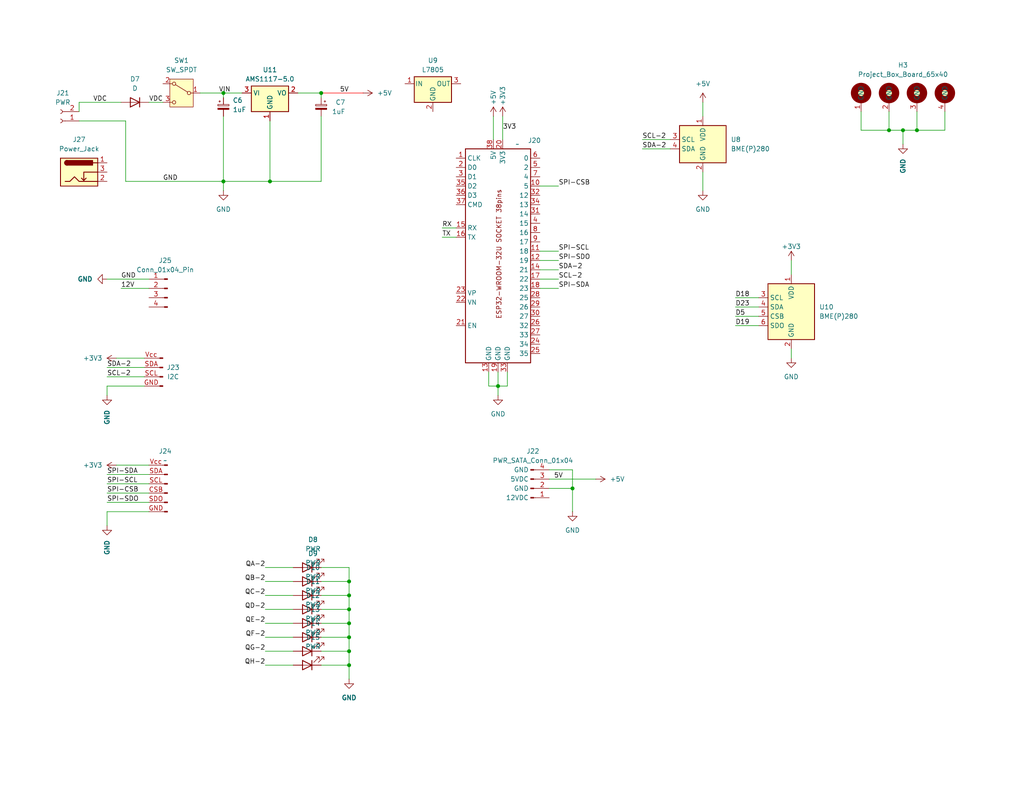
<source format=kicad_sch>
(kicad_sch (version 20231120) (generator "eeschema") (generator_version "8.0")
  (paper "USLetter")
  (title_block (title "ESP32 Sensor Node") (date "2024-07-03") (rev "v2.0") (comment 1 "ESP32-WROOM-32U DevKit"))
  (lib_symbols
    (symbol "+3V3_2" (power) (pin_numbers hide) (pin_names (offset 0) hide)
      (property "Value" "+3V3" (at 0 3.556 0))
      (symbol "+3V3_2_0_1"
        (polyline (pts (xy -0.762 1.27) (xy 0 2.54)))
        (polyline (pts (xy 0 0) (xy 0 2.54)))
        (polyline (pts (xy 0 2.54) (xy 0.762 1.27)))
      )
      (symbol "+3V3_2_1_1"
        (pin power_in line (at 0 0 90) (length 0) (name "~") (number "1"))
      )
    )
    (symbol "+5V_2" (power) (pin_numbers hide) (pin_names (offset 0) hide)
      (property "Value" "+5V" (at 0 3.556 0))
      (symbol "+5V_2_0_1"
        (polyline (pts (xy -0.762 1.27) (xy 0 2.54)))
        (polyline (pts (xy 0 0) (xy 0 2.54)))
        (polyline (pts (xy 0 2.54) (xy 0.762 1.27)))
      )
      (symbol "+5V_2_1_1"
        (pin power_in line (at 0 0 90) (length 0) (name "~") (number "1"))
      )
    )
    (symbol "Alexander Symbol Library:BME(P)280"
      (property "Reference" "U" (at -7.62 10.16 0))
      (property "Value" "BME(P)280" (at 5.08 10.16 0))
      (symbol "BME(P)280_0_1"
        (rectangle (start -7.62 7.62) (end 5.08 -2.54) (stroke (width 0.254)) (fill (type background)))
      )
      (symbol "BME(P)280_1_1"
        (pin power_in line (at -1.27 10.16 270) (length 2.54) (name "VDD") (number "1"))
        (pin power_out line (at -1.27 -5.08 90) (length 2.54) (name "GND") (number "2"))
        (pin input line (at -10.16 3.81 0) (length 2.54) (name "SCL") (number "3"))
        (pin bidirectional line (at -10.16 1.27 0) (length 2.54) (name "SDA") (number "4"))
      )
    )
    (symbol "Alexander Symbol Library:ESP32-WROOM-32U-38pins"
      (property "Reference" "J20" (at 13.6241 62.23 0))
      (property "Value" "~" (at 13.6241 59.69 0))
      (symbol "ESP32-WROOM-32U-38pins_0_1"
        (rectangle (start 0 58.42) (end 17.78 0) (stroke (width 0.254)))
      )
      (symbol "ESP32-WROOM-32U-38pins_1_1"
        (text "ESP32-WROOM-32U SOCKET 38pins" (at 9.144 29.718 900) (effects (font (size 1.27 1.27))))
        (pin input line (at -2.54 55.88 0) (length 2.54) (name "CLK") (number "1"))
        (pin bidirectional line (at 20.32 48.26 180) (length 2.54) (name "5") (number "10"))
        (pin bidirectional line (at 20.32 30.48 180) (length 2.54) (name "18") (number "11"))
        (pin bidirectional line (at 20.32 27.94 180) (length 2.54) (name "19") (number "12"))
        (pin power_out line (at 6.35 -2.54 90) (length 2.54) (name "GND") (number "13"))
        (pin bidirectional line (at 20.32 25.4 180) (length 2.54) (name "21") (number "14"))
        (pin bidirectional line (at -2.54 36.83 0) (length 2.54) (name "RX") (number "15"))
        (pin bidirectional line (at -2.54 34.29 0) (length 2.54) (name "TX") (number "16"))
        (pin bidirectional line (at 20.32 22.86 180) (length 2.54) (name "22") (number "17"))
        (pin bidirectional line (at 20.32 20.32 180) (length 2.54) (name "23") (number "18"))
        (pin power_out line (at 8.89 -2.54 90) (length 2.54) (name "GND") (number "19"))
        (pin bidirectional line (at -2.54 53.34 0) (length 2.54) (name "D0") (number "2"))
        (pin power_in line (at 10.16 60.96 270) (length 2.54) (name "3V3") (number "20"))
        (pin bidirectional line (at -2.54 10.16 0) (length 2.54) (name "EN") (number "21"))
        (pin bidirectional line (at -2.54 16.51 0) (length 2.54) (name "VN") (number "22"))
        (pin bidirectional line (at -2.54 19.05 0) (length 2.54) (name "VP") (number "23"))
        (pin bidirectional line (at 20.32 5.08 180) (length 2.54) (name "34") (number "24"))
        (pin bidirectional line (at 20.32 2.54 180) (length 2.54) (name "35") (number "25"))
        (pin bidirectional line (at 20.32 10.16 180) (length 2.54) (name "32") (number "26"))
        (pin bidirectional line (at 20.32 7.62 180) (length 2.54) (name "33") (number "27"))
        (pin bidirectional line (at 20.32 17.78 180) (length 2.54) (name "25") (number "28"))
        (pin bidirectional line (at 20.32 15.24 180) (length 2.54) (name "26") (number "29"))
        (pin bidirectional line (at -2.54 50.8 0) (length 2.54) (name "D1") (number "3"))
        (pin bidirectional line (at 20.32 12.7 180) (length 2.54) (name "27") (number "30"))
        (pin bidirectional line (at 20.32 40.64 180) (length 2.54) (name "14") (number "31"))
        (pin bidirectional line (at 20.32 45.72 180) (length 2.54) (name "12") (number "32"))
        (pin power_out line (at 11.43 -2.54 90) (length 2.54) (name "GND") (number "33"))
        (pin bidirectional line (at 20.32 43.18 180) (length 2.54) (name "13") (number "34"))
        (pin bidirectional line (at -2.54 48.26 0) (length 2.54) (name "D2") (number "35"))
        (pin bidirectional line (at -2.54 45.72 0) (length 2.54) (name "D3") (number "36"))
        (pin bidirectional line (at -2.54 43.18 0) (length 2.54) (name "CMD") (number "37"))
        (pin power_in line (at 7.62 60.96 270) (length 2.54) (name "5V") (number "38"))
        (pin bidirectional line (at 20.32 38.1 180) (length 2.54) (name "15") (number "4"))
        (pin bidirectional line (at 20.32 53.34 180) (length 2.54) (name "2") (number "5"))
        (pin bidirectional line (at 20.32 55.88 180) (length 2.54) (name "0") (number "6"))
        (pin bidirectional line (at 20.32 50.8 180) (length 2.54) (name "4") (number "7"))
        (pin bidirectional line (at 20.32 35.56 180) (length 2.54) (name "16") (number "8"))
        (pin bidirectional line (at 20.32 33.02 180) (length 2.54) (name "17") (number "9"))
      )
    )
    (symbol "Alexander_Library_Symbols:BME(P)280"
      (property "Reference" "U" (at -7.62 10.16 0))
      (property "Value" "BME(P)280" (at 5.08 10.16 0))
      (symbol "BME(P)280_0_1"
        (rectangle (start -7.62 7.62) (end 5.08 -7.62) (stroke (width 0.254)) (fill (type background)))
      )
      (symbol "BME(P)280_1_1"
        (pin power_in line (at -1.27 10.16 270) (length 2.54) (name "VDD") (number "1"))
        (pin power_out line (at -1.27 -10.16 90) (length 2.54) (name "GND") (number "2"))
        (pin input line (at -10.16 3.81 0) (length 2.54) (name "SCL") (number "3"))
        (pin bidirectional line (at -10.16 1.27 0) (length 2.54) (name "SDA") (number "4"))
        (pin input line (at -10.16 -1.27 0) (length 2.54) (name "CSB") (number "5"))
        (pin input line (at -10.16 -3.81 0) (length 2.54) (name "SDO") (number "6"))
      )
    )
    (symbol "Alexander_Library_Symbols:Conn_I2C_01x04" (pin_names (offset 1.016) hide)
      (property "Reference" "J" (at 0 5.08 0))
      (property "Value" "I2C" (at 0 -7.62 0))
      (symbol "Conn_I2C_01x04_1_1"
        (polyline (pts (xy 1.27 -5.08) (xy 0.8636 -5.08)) (stroke (width 0.1524)))
        (polyline (pts (xy 1.27 -2.54) (xy 0.8636 -2.54)) (stroke (width 0.1524)))
        (polyline (pts (xy 1.27 0) (xy 0.8636 0)) (stroke (width 0.1524)))
        (polyline (pts (xy 1.27 2.54) (xy 0.8636 2.54)) (stroke (width 0.1524)))
        (rectangle (start 0.8636 -4.953) (end 0 -5.207) (stroke (width 0.1524)) (fill (type outline)))
        (rectangle (start 0.8636 -2.413) (end 0 -2.667) (stroke (width 0.1524)) (fill (type outline)))
        (rectangle (start 0.8636 0.127) (end 0 -0.127) (stroke (width 0.1524)) (fill (type outline)))
        (rectangle (start 0.8636 2.667) (end 0 2.413) (stroke (width 0.1524)) (fill (type outline)))
        (pin power_out line (at 5.08 -5.08 180) (length 3.81) (name "GND") (number "GND"))
        (pin bidirectional line (at 5.08 -2.54 180) (length 3.81) (name "SCL") (number "SCL"))
        (pin bidirectional line (at 5.08 0 180) (length 3.81) (name "SDA") (number "SDA"))
        (pin power_in line (at 5.08 2.54 180) (length 3.81) (name "VCC") (number "Vcc"))
      )
    )
    (symbol "Alexander_Library_Symbols:PWR_SATA_Conn_01x04" (pin_names (offset 1.778)) (exclude_from_sim yes)
      (property "Reference" "J" (at 0 -7.62 0))
      (property "Value" "PWR_SATA_Conn_01x04" (at 0 5.08 0))
      (symbol "PWR_SATA_Conn_01x04_1_1"
        (rectangle (start 0 -4.953) (end 0.8636 -5.207) (stroke (width 0.1524)) (fill (type outline)))
        (rectangle (start 0 -2.413) (end 0.8636 -2.667) (stroke (width 0.1524)) (fill (type outline)))
        (polyline (pts (xy 1.27 -5.08) (xy 0.8636 -5.08)) (stroke (width 0.1524)))
        (polyline (pts (xy 1.27 -2.54) (xy 0.8636 -2.54)) (stroke (width 0.1524)))
        (polyline (pts (xy 1.27 0) (xy 0.8636 0)) (stroke (width 0.1524)))
        (polyline (pts (xy 1.27 2.54) (xy 0.8636 2.54)) (stroke (width 0.1524)))
        (rectangle (start 0 0.127) (end 0.8636 -0.127) (stroke (width 0.1524)) (fill (type outline)))
        (rectangle (start 0 2.667) (end 0.8636 2.413) (stroke (width 0.1524)) (fill (type outline)))
        (pin passive line (at 5.08 -5.08 180) (length 3.81) (name "12VDC") (number "1"))
        (pin passive line (at 5.08 -2.54 180) (length 3.81) (name "GND") (number "2"))
        (pin passive line (at 5.08 0 180) (length 3.81) (name "5VDC") (number "3"))
        (pin passive line (at 5.08 2.54 180) (length 3.81) (name "GND") (number "4"))
      )
    )
    (symbol "Alexander_Library_Symbols:Project_Box_Board_65x40"
      (property "Reference" "H" (at 0 7.62 0))
      (property "Value" "Project_Box_Board_65x40" (at 0 5.08 0))
      (symbol "Project_Box_Board_65x40_0_1"
        (circle (center -11.43 -1.27) (radius 1.27) (fill (type background)))
        (circle (center -11.43 -1.27) (radius 1.7961) (stroke (width 2)))
        (circle (center -3.81 -1.27) (radius 1.27) (fill (type background)))
        (circle (center -3.81 -1.27) (radius 1.7961) (stroke (width 2)))
        (circle (center 3.81 -1.27) (radius 1.27) (fill (type background)))
        (circle (center 3.81 -1.27) (radius 1.7961) (stroke (width 2)))
        (circle (center 11.43 -1.27) (radius 1.27) (fill (type background)))
        (circle (center 11.43 -1.27) (radius 1.7961) (stroke (width 2)))
      )
      (symbol "Project_Box_Board_65x40_1_1"
        (pin passive line (at -11.43 -6.35 90) (length 2.54) (name "GND") (number "1"))
        (pin passive line (at -3.81 -6.35 90) (length 2.54) (name "GND") (number "2"))
        (pin passive line (at 3.81 -6.35 90) (length 2.54) (name "GND") (number "3"))
        (pin passive line (at 11.43 -6.35 90) (length 2.54) (name "GND") (number "4"))
      )
    )
    (symbol "Alexander_Library_Symbols:SW_SPDT" (pin_names (offset 0) hide)
      (property "Reference" "SW" (at 0 5.08 0))
      (property "Value" "SW_SPDT" (at 0 -5.08 0))
      (symbol "SW_SPDT_0_1"
        (circle (center -2.032 0) (radius 0.4572))
        (polyline (pts (xy -1.651 0.254) (xy 1.651 2.286)))
        (circle (center 2.032 -2.54) (radius 0.4572))
        (circle (center 2.032 2.54) (radius 0.4572))
      )
      (symbol "SW_SPDT_1_1"
        (rectangle (start -3.175 3.81) (end 3.175 -3.81) (fill (type background)))
        (pin passive line (at -5.08 0 0) (length 2.54) (name "COM") (number "1"))
        (pin passive line (at 5.08 2.54 180) (length 2.54) (name "A") (number "2"))
        (pin passive line (at 5.08 -2.54 180) (length 2.54) (name "B") (number "3"))
      )
    )
    (symbol "Conn_01x04_Pin_1" (pin_names (offset 1.016) hide)
      (property "Reference" "J" (at 0 5.08 0))
      (property "Value" "Conn_01x04_Pin" (at 0 -7.62 0))
      (symbol "Conn_01x04_Pin_1_1_1"
        (polyline (pts (xy 1.27 -5.08) (xy 0.8636 -5.08)) (stroke (width 0.1524)))
        (polyline (pts (xy 1.27 -2.54) (xy 0.8636 -2.54)) (stroke (width 0.1524)))
        (polyline (pts (xy 1.27 0) (xy 0.8636 0)) (stroke (width 0.1524)))
        (polyline (pts (xy 1.27 2.54) (xy 0.8636 2.54)) (stroke (width 0.1524)))
        (rectangle (start 0.8636 -4.953) (end 0 -5.207) (stroke (width 0.1524)) (fill (type outline)))
        (rectangle (start 0.8636 -2.413) (end 0 -2.667) (stroke (width 0.1524)) (fill (type outline)))
        (rectangle (start 0.8636 0.127) (end 0 -0.127) (stroke (width 0.1524)) (fill (type outline)))
        (rectangle (start 0.8636 2.667) (end 0 2.413) (stroke (width 0.1524)) (fill (type outline)))
        (pin passive line (at 5.08 2.54 180) (length 3.81) (name "Pin_1") (number "1"))
        (pin passive line (at 5.08 0 180) (length 3.81) (name "Pin_2") (number "2"))
        (pin passive line (at 5.08 -2.54 180) (length 3.81) (name "Pin_3") (number "3"))
        (pin passive line (at 5.08 -5.08 180) (length 3.81) (name "Pin_4") (number "4"))
      )
    )
    (symbol "Conn_SPI_1" (pin_names hide)
      (property "Reference" "J" (at 0 0 0))
      (symbol "Conn_SPI_1_1_1"
        (polyline (pts (xy 1.27 5.08) (xy 0.8636 5.08)) (stroke (width 0.1524)))
        (polyline (pts (xy 1.27 7.62) (xy 0.8636 7.62)) (stroke (width 0.1524)))
        (polyline (pts (xy 1.27 10.16) (xy 0.8636 10.16)) (stroke (width 0.1524)))
        (polyline (pts (xy 1.27 12.7) (xy 0.8636 12.7)) (stroke (width 0.1524)))
        (polyline (pts (xy 1.27 15.24) (xy 0.8636 15.24)) (stroke (width 0.1524)))
        (polyline (pts (xy 1.27 17.78) (xy 0.8636 17.78)) (stroke (width 0.1524)))
        (rectangle (start 0 10.287) (end 0.8636 10.033) (stroke (width 0.1524)) (fill (type outline)))
        (rectangle (start 0 12.827) (end 0.8636 12.573) (stroke (width 0.1524)) (fill (type outline)))
        (rectangle (start 0.8636 5.207) (end 0 4.953) (stroke (width 0.1524)) (fill (type outline)))
        (rectangle (start 0.8636 7.747) (end 0 7.493) (stroke (width 0.1524)) (fill (type outline)))
        (rectangle (start 0.8636 15.367) (end 0 15.113) (stroke (width 0.1524)) (fill (type outline)))
        (rectangle (start 0.8636 17.907) (end 0 17.653) (stroke (width 0.1524)) (fill (type outline)))
        (pin bidirectional line (at 5.08 10.16 180) (length 3.81) (name "CSB") (number "CSB"))
        (pin power_out line (at 5.08 5.08 180) (length 3.81) (name "GND") (number "GND"))
        (pin bidirectional line (at 5.08 12.7 180) (length 3.81) (name "SCL") (number "SCL"))
        (pin bidirectional line (at 5.08 15.24 180) (length 3.81) (name "SDA") (number "SDA"))
        (pin bidirectional line (at 5.08 7.62 180) (length 3.81) (name "SDO") (number "SDO"))
        (pin power_in line (at 5.08 17.78 180) (length 3.81) (name "VCC") (number "Vcc"))
      )
    )
    (symbol "Connector:Barrel_Jack_Switch" (pin_names hide)
      (property "Reference" "J" (at 0 5.334 0))
      (property "Value" "Barrel_Jack_Switch" (at 0 -5.08 0))
      (symbol "Barrel_Jack_Switch_0_1"
        (rectangle (start -5.08 3.81) (end 5.08 -3.81) (stroke (width 0.254)) (fill (type background)))
        (arc (start -3.302 3.175) (mid -3.9343 2.54) (end -3.302 1.905) (stroke (width 0.254)))
        (arc (start -3.302 3.175) (mid -3.9343 2.54) (end -3.302 1.905) (stroke (width 0.254)) (fill (type outline)))
        (polyline (pts (xy 1.27 -2.286) (xy 1.905 -1.651)) (stroke (width 0.254)))
        (polyline (pts (xy 5.08 2.54) (xy 3.81 2.54)) (stroke (width 0.254)))
        (polyline (pts (xy 5.08 0) (xy 1.27 0) (xy 1.27 -2.286) (xy 0.635 -1.651)) (stroke (width 0.254)))
        (polyline (pts (xy -3.81 -2.54) (xy -2.54 -2.54) (xy -1.27 -1.27) (xy 0 -2.54) (xy 2.54 -2.54) (xy 5.08 -2.54)) (stroke (width 0.254)))
        (rectangle (start 3.683 3.175) (end -3.302 1.905) (stroke (width 0.254)) (fill (type outline)))
      )
      (symbol "Barrel_Jack_Switch_1_1"
        (pin passive line (at 7.62 2.54 180) (length 2.54) (name "~") (number "1"))
        (pin passive line (at 7.62 -2.54 180) (length 2.54) (name "~") (number "2"))
        (pin passive line (at 7.62 0 180) (length 2.54) (name "~") (number "3"))
      )
    )
    (symbol "Connector:Conn_01x02_Socket" (pin_names (offset 1.016) hide)
      (property "Reference" "J" (at 0 2.54 0))
      (property "Value" "Conn_01x02_Socket" (at 0 -5.08 0))
      (symbol "Conn_01x02_Socket_1_1"
        (arc (start 0 -2.032) (mid -0.5058 -2.54) (end 0 -3.048) (stroke (width 0.1524)))
        (polyline (pts (xy -1.27 -2.54) (xy -0.508 -2.54)) (stroke (width 0.1524)))
        (polyline (pts (xy -1.27 0) (xy -0.508 0)) (stroke (width 0.1524)))
        (arc (start 0 0.508) (mid -0.5058 0) (end 0 -0.508) (stroke (width 0.1524)))
        (pin passive line (at -5.08 0 0) (length 3.81) (name "Pin_1") (number "1"))
        (pin passive line (at -5.08 -2.54 0) (length 3.81) (name "Pin_2") (number "2"))
      )
    )
    (symbol "Device:C_Polarized_Small" (pin_numbers hide) (pin_names (offset 0.254) hide)
      (property "Reference" "C" (at 0.254 1.778 0))
      (property "Value" "C_Polarized_Small" (at 0.254 -2.032 0))
      (symbol "C_Polarized_Small_0_1"
        (rectangle (start -1.524 -0.3048) (end 1.524 -0.6858) (fill (type outline)))
        (rectangle (start -1.524 0.6858) (end 1.524 0.3048))
        (polyline (pts (xy -1.27 1.524) (xy -0.762 1.524)))
        (polyline (pts (xy -1.016 1.27) (xy -1.016 1.778)))
      )
      (symbol "C_Polarized_Small_1_1"
        (pin passive line (at 0 2.54 270) (length 1.8542) (name "~") (number "1"))
        (pin passive line (at 0 -2.54 90) (length 1.8542) (name "~") (number "2"))
      )
    )
    (symbol "Device:D" (pin_numbers hide) (pin_names (offset 1.016) hide)
      (property "Reference" "D" (at 0 2.54 0))
      (property "Value" "D" (at 0 -2.54 0))
      (symbol "D_0_1"
        (polyline (pts (xy -1.27 1.27) (xy -1.27 -1.27)) (stroke (width 0.254)))
        (polyline (pts (xy 1.27 0) (xy -1.27 0)))
        (polyline (pts (xy 1.27 1.27) (xy 1.27 -1.27) (xy -1.27 0) (xy 1.27 1.27)) (stroke (width 0.254)))
      )
      (symbol "D_1_1"
        (pin passive line (at -3.81 0 0) (length 2.54) (name "K") (number "1"))
        (pin passive line (at 3.81 0 180) (length 2.54) (name "A") (number "2"))
      )
    )
    (symbol "Device:LED" (pin_numbers hide) (pin_names (offset 1.016) hide)
      (property "Reference" "D" (at 0 2.54 0))
      (property "Value" "LED" (at 0 -2.54 0))
      (symbol "LED_0_1"
        (polyline (pts (xy -1.27 -1.27) (xy -1.27 1.27)) (stroke (width 0.254)))
        (polyline (pts (xy -1.27 0) (xy 1.27 0)))
        (polyline (pts (xy 1.27 -1.27) (xy 1.27 1.27) (xy -1.27 0) (xy 1.27 -1.27)) (stroke (width 0.254)))
        (polyline (pts (xy -3.048 -0.762) (xy -4.572 -2.286) (xy -3.81 -2.286) (xy -4.572 -2.286) (xy -4.572 -1.524)))
        (polyline (pts (xy -1.778 -0.762) (xy -3.302 -2.286) (xy -2.54 -2.286) (xy -3.302 -2.286) (xy -3.302 -1.524)))
      )
      (symbol "LED_1_1"
        (pin passive line (at -3.81 0 0) (length 2.54) (name "K") (number "1"))
        (pin passive line (at 3.81 0 180) (length 2.54) (name "A") (number "2"))
      )
    )
    (symbol "GND_4" (power) (pin_numbers hide) (pin_names (offset 0) hide)
      (property "Value" "GND" (at 0 -3.81 0))
      (symbol "GND_4_0_1"
        (polyline (pts (xy 0 0) (xy 0 -1.27) (xy 1.27 -1.27) (xy 0 -2.54) (xy -1.27 -1.27) (xy 0 -1.27)))
      )
      (symbol "GND_4_1_1"
        (pin power_in line (at 0 0 270) (length 0) (name "~") (number "1"))
      )
    )
    (symbol "GND_7" (power) (pin_numbers hide) (pin_names (offset 0) hide)
      (property "Value" "GND" (at 0 -3.81 0))
      (symbol "GND_7_0_1"
        (polyline (pts (xy 0 0) (xy 0 -1.27) (xy 1.27 -1.27) (xy 0 -2.54) (xy -1.27 -1.27) (xy 0 -1.27)))
      )
      (symbol "GND_7_1_1"
        (pin power_in line (at 0 0 270) (length 0) (name "~") (number "1"))
      )
    )
    (symbol "Regulator_Linear:AMS1117-5.0"
      (property "Reference" "U" (at -3.81 3.175 0))
      (property "Value" "AMS1117-5.0" (at 0 3.175 0))
      (symbol "AMS1117-5.0_0_1"
        (rectangle (start -5.08 -5.08) (end 5.08 1.905) (stroke (width 0.254)) (fill (type background)))
      )
      (symbol "AMS1117-5.0_1_1"
        (pin power_in line (at 0 -7.62 90) (length 2.54) (name "GND") (number "1"))
        (pin power_out line (at 7.62 0 180) (length 2.54) (name "VO") (number "2"))
        (pin power_in line (at -7.62 0 0) (length 2.54) (name "VI") (number "3"))
      )
    )
    (symbol "Regulator_Linear:L7805" (pin_names (offset 0.254))
      (property "Reference" "U4" (at 0 6.35 0))
      (property "Value" "L7805" (at 0 3.81 0))
      (symbol "L7805_0_1"
        (rectangle (start -5.08 1.905) (end 5.08 -5.08) (stroke (width 0.254)) (fill (type background)))
      )
      (symbol "L7805_1_1"
        (pin power_in line (at -7.62 0 0) (length 2.54) (name "IN") (number "1"))
        (pin power_in line (at 0 -7.62 90) (length 2.54) (name "GND") (number "2"))
        (pin power_out line (at 7.62 0 180) (length 2.54) (name "OUT") (number "3"))
      )
    )
    (symbol "power:+3V3" (power) (pin_names (offset 0))
      (property "Value" "+3V3" (at 0 3.556 0))
      (symbol "+3V3_0_1"
        (polyline (pts (xy -0.762 1.27) (xy 0 2.54)))
        (polyline (pts (xy 0 0) (xy 0 2.54)))
        (polyline (pts (xy 0 2.54) (xy 0.762 1.27)))
      )
      (symbol "+3V3_1_1"
        (pin power_in line (at 0 0 90) (length 0) hide (name "+3V3") (number "1"))
      )
    )
    (symbol "power:GND" (power) (pin_names (offset 0))
      (property "Value" "GND" (at 0 -3.81 0))
      (symbol "GND_0_1"
        (polyline (pts (xy 0 0) (xy 0 -1.27) (xy 1.27 -1.27) (xy 0 -2.54) (xy -1.27 -1.27) (xy 0 -1.27)))
      )
      (symbol "GND_1_1"
        (pin power_in line (at 0 0 270) (length 0) hide (name "GND") (number "1"))
      )
    )
  )
  (junction (at 95.25 158.75))
  (junction (at 95.25 166.37))
  (junction (at 242.57 35.56))
  (junction (at 95.25 162.56))
  (junction (at 87.63 25.4))
  (junction (at 95.25 177.8))
  (junction (at 250.19 35.56))
  (junction (at 135.89 105.41))
  (junction (at 156.21 133.35))
  (junction (at 95.25 173.99))
  (junction (at 95.25 181.61))
  (junction (at 95.25 170.18))
  (junction (at 60.96 49.53))
  (junction (at 73.66 49.53))
  (junction (at 246.38 35.56))
  (junction (at 60.96 25.4))
  (wire (pts (xy 29.21 134.62) (xy 40.64 134.62)))
  (wire (pts (xy 147.32 68.58) (xy 152.4 68.58)))
  (wire (pts (xy 95.25 181.61) (xy 95.25 185.42)))
  (wire (pts (xy 147.32 78.74) (xy 152.4 78.74)))
  (wire (pts (xy 87.63 166.37) (xy 95.25 166.37)))
  (wire (pts (xy 95.25 173.99) (xy 95.25 177.8)))
  (wire (pts (xy 73.66 49.53) (xy 73.66 33.02)))
  (wire (pts (xy 200.66 83.82) (xy 207.01 83.82)))
  (wire (pts (xy 60.96 25.4) (xy 66.04 25.4)))
  (wire (pts (xy 95.25 154.94) (xy 95.25 158.75)))
  (wire (pts (xy 246.38 39.37) (xy 246.38 35.56)))
  (wire (pts (xy 29.21 76.2) (xy 40.64 76.2)))
  (wire (pts (xy 134.62 31.75) (xy 134.62 38.1)))
  (wire (pts (xy 257.81 35.56) (xy 250.19 35.56)))
  (wire (pts (xy 147.32 50.8) (xy 152.4 50.8)))
  (wire (pts (xy 72.39 166.37) (xy 80.01 166.37)))
  (wire (pts (xy 133.35 105.41) (xy 135.89 105.41)))
  (wire (pts (xy 120.65 64.77) (xy 124.46 64.77)))
  (wire (pts (xy 147.32 76.2) (xy 152.4 76.2)))
  (wire (pts (xy 87.63 49.53) (xy 73.66 49.53)))
  (wire (pts (xy 257.81 30.48) (xy 257.81 35.56)))
  (wire (pts (xy 29.21 137.16) (xy 40.64 137.16)))
  (wire (pts (xy 72.39 181.61) (xy 80.01 181.61)))
  (wire (pts (xy 147.32 73.66) (xy 152.4 73.66)))
  (wire (pts (xy 191.77 46.99) (xy 191.77 52.07)))
  (wire (pts (xy 34.29 33.02) (xy 34.29 49.53)))
  (wire (pts (xy 135.89 105.41) (xy 135.89 107.95)))
  (wire (pts (xy 87.63 181.61) (xy 95.25 181.61)))
  (wire (pts (xy 60.96 52.07) (xy 60.96 49.53)))
  (wire (pts (xy 60.96 26.67) (xy 60.96 25.4)))
  (wire (pts (xy 72.39 158.75) (xy 80.01 158.75)))
  (wire (pts (xy 95.25 177.8) (xy 95.25 181.61)))
  (wire (pts (xy 215.9 95.25) (xy 215.9 97.79)))
  (wire (pts (xy 137.16 31.75) (xy 137.16 38.1)))
  (wire (pts (xy 133.35 101.6) (xy 133.35 105.41)))
  (wire (pts (xy 156.21 128.27) (xy 156.21 133.35)))
  (wire (pts (xy 29.21 100.33) (xy 39.37 100.33)))
  (wire (pts (xy 72.39 173.99) (xy 80.01 173.99)))
  (wire (pts (xy 87.63 177.8) (xy 95.25 177.8)))
  (wire (pts (xy 87.63 158.75) (xy 95.25 158.75)))
  (wire (pts (xy 175.26 40.64) (xy 182.88 40.64)))
  (wire (pts (xy 156.21 133.35) (xy 156.21 139.7)))
  (wire (pts (xy 200.66 88.9) (xy 207.01 88.9)))
  (wire (pts (xy 149.86 130.81) (xy 162.56 130.81)))
  (wire (pts (xy 138.43 105.41) (xy 135.89 105.41)))
  (wire (pts (xy 29.21 107.95) (xy 29.21 105.41)))
  (wire (pts (xy 21.59 30.48) (xy 21.59 27.94)))
  (wire (pts (xy 21.59 33.02) (xy 34.29 33.02)))
  (wire (pts (xy 81.28 25.4) (xy 87.63 25.4)))
  (wire (pts (xy 87.63 25.4) (xy 87.63 26.67)))
  (wire (pts (xy 242.57 30.48) (xy 242.57 35.56)))
  (wire (pts (xy 87.63 31.75) (xy 87.63 49.53)))
  (wire (pts (xy 60.96 49.53) (xy 73.66 49.53)))
  (wire (pts (xy 87.63 25.4) (xy 99.06 25.4)) (stroke (width 0) (color 255 0 0 1)))
  (wire (pts (xy 149.86 133.35) (xy 156.21 133.35)))
  (wire (pts (xy 95.25 166.37) (xy 95.25 170.18)))
  (wire (pts (xy 29.21 139.7) (xy 40.64 139.7)))
  (wire (pts (xy 31.75 97.79) (xy 39.37 97.79)))
  (wire (pts (xy 120.65 62.23) (xy 124.46 62.23)))
  (wire (pts (xy 215.9 71.12) (xy 215.9 74.93)))
  (wire (pts (xy 138.43 101.6) (xy 138.43 105.41)))
  (wire (pts (xy 72.39 162.56) (xy 80.01 162.56)))
  (wire (pts (xy 34.29 49.53) (xy 60.96 49.53)))
  (wire (pts (xy 191.77 27.94) (xy 191.77 31.75)))
  (wire (pts (xy 54.61 25.4) (xy 60.96 25.4)))
  (wire (pts (xy 40.64 27.94) (xy 44.45 27.94)))
  (wire (pts (xy 147.32 71.12) (xy 152.4 71.12)))
  (wire (pts (xy 149.86 128.27) (xy 156.21 128.27)))
  (wire (pts (xy 250.19 35.56) (xy 246.38 35.56)))
  (wire (pts (xy 135.89 101.6) (xy 135.89 105.41)))
  (wire (pts (xy 31.75 127) (xy 40.64 127)))
  (wire (pts (xy 72.39 177.8) (xy 80.01 177.8)))
  (wire (pts (xy 60.96 31.75) (xy 60.96 49.53)))
  (wire (pts (xy 80.01 154.94) (xy 72.39 154.94)))
  (wire (pts (xy 95.25 170.18) (xy 95.25 173.99)))
  (wire (pts (xy 95.25 158.75) (xy 95.25 162.56)))
  (wire (pts (xy 200.66 86.36) (xy 207.01 86.36)))
  (wire (pts (xy 21.59 27.94) (xy 33.02 27.94)))
  (wire (pts (xy 200.66 81.28) (xy 207.01 81.28)))
  (wire (pts (xy 29.21 143.51) (xy 29.21 139.7)))
  (wire (pts (xy 242.57 35.56) (xy 246.38 35.56)))
  (wire (pts (xy 72.39 170.18) (xy 80.01 170.18)))
  (wire (pts (xy 175.26 38.1) (xy 182.88 38.1)))
  (wire (pts (xy 234.95 30.48) (xy 234.95 35.56)))
  (wire (pts (xy 95.25 162.56) (xy 95.25 166.37)))
  (wire (pts (xy 87.63 162.56) (xy 95.25 162.56)))
  (wire (pts (xy 250.19 30.48) (xy 250.19 35.56)))
  (wire (pts (xy 87.63 173.99) (xy 95.25 173.99)))
  (wire (pts (xy 29.21 105.41) (xy 39.37 105.41)))
  (wire (pts (xy 87.63 154.94) (xy 95.25 154.94)))
  (wire (pts (xy 29.21 132.08) (xy 40.64 132.08)))
  (wire (pts (xy 33.02 78.74) (xy 40.64 78.74)))
  (wire (pts (xy 29.21 129.54) (xy 40.64 129.54)))
  (wire (pts (xy 29.21 102.87) (xy 39.37 102.87)))
  (wire (pts (xy 87.63 170.18) (xy 95.25 170.18)))
  (wire (pts (xy 234.95 35.56) (xy 242.57 35.56)))
  (label "SDA-2" (at 175.26 40.64 0))
  (label "SPI-SCL" (at 29.21 132.08 0))
  (label "5V" (at 92.71 25.4 0))
  (label "GND" (at 44.45 49.53 0))
  (label "QG-2" (at 72.39 177.8 180))
  (label "QA-2" (at 72.39 154.94 180))
  (label "SPI-CSB" (at 152.4 50.8 0))
  (label "QH-2" (at 72.39 181.61 180))
  (label "3V3" (at 137.16 35.56 0))
  (label "SCL-2" (at 152.4 76.2 0))
  (label "SPI-SDO" (at 152.4 71.12 0))
  (label "QF-2" (at 72.39 173.99 180))
  (label "VIN" (at 59.69 25.4 0))
  (label "QB-2" (at 72.39 158.75 180))
  (label "SPI-CSB" (at 29.21 134.62 0))
  (label "SPI-SDA" (at 152.4 78.74 0))
  (label "SPI-SDO" (at 29.21 137.16 0))
  (label "5V" (at 151.13 130.81 0))
  (label "SDA-2" (at 29.21 100.33 0))
  (label "D18" (at 200.66 81.28 0))
  (label "QD-2" (at 72.39 166.37 180))
  (label "D5" (at 200.66 86.36 0))
  (label "SCL-2" (at 29.21 102.87 0))
  (label "SDA-2" (at 152.4 73.66 0))
  (label "D23" (at 200.66 83.82 0))
  (label "SCL-2" (at 175.26 38.1 0))
  (label "GND" (at 33.02 76.2 0))
  (label "RX" (at 120.65 62.23 0))
  (label "TX" (at 120.65 64.77 0))
  (label "QE-2" (at 72.39 170.18 180))
  (label "QC-2" (at 72.39 162.56 180))
  (label "D19" (at 200.66 88.9 0))
  (label "VDC" (at 25.4 27.94 0))
  (label "SPI-SDA" (at 29.21 129.54 0))
  (label "SPI-SCL" (at 152.4 68.58 0))
  (label "12V" (at 33.02 78.74 0))
  (label "VDC" (at 40.64 27.94 0))
  (symbol (lib_id "Device:LED") (at 83.82 170.18 180) (unit 1) (on_board no)
    (property "Reference" "D12" (at 85.4075 162.56 0))
    (property "Value" "PWR" (at 85.4075 165.1 0))
    (property "Footprint" "LED_SMD:LED_1210_3225Metric_Pad1.42x2.65mm_HandSolder" (effects (hide yes)))
    (property "Description" "Light emitting diode" (effects (hide yes)))
  )
  (symbol (lib_name "GND_4") (lib_id "power:GND") (at 95.25 185.42 0) (unit 1)
    (property "Reference" "#PWR040" (effects (hide yes)))
    (property "Value" "GND" (at 95.25 190.5 0) (effects (font (bold yes))))
    (property "Description" "Power symbol creates a global label with name \"GND\" , ground" (effects (hide yes)))
  )
  (symbol (lib_id "Device:LED") (at 83.82 181.61 180) (unit 1) (on_board no)
    (property "Reference" "D15" (at 85.4075 173.99 0))
    (property "Value" "PWR" (at 85.4075 176.53 0))
    (property "Footprint" "LED_SMD:LED_1210_3225Metric_Pad1.42x2.65mm_HandSolder" (effects (hide yes)))
    (property "Description" "Light emitting diode" (effects (hide yes)))
  )
  (symbol (lib_id "Alexander_Library_Symbols:Conn_I2C_01x04") (at 44.45 100.33 0) (mirror y) (unit 1)
    (property "Reference" "J23" (at 47.244 100.33 0))
    (property "Value" "I2C" (at 47.244 102.87 0))
    (property "Footprint" "Alexander Footprint Library:Conn_I2C" (effects (hide yes)))
  )
  (symbol (lib_id "Alexander Symbol Library:ESP32-WROOM-32U-38pins") (at 127 99.06 0) (unit 1)
    (property "Reference" "J20" (at 144.018 38.354 0) (effects (justify left)))
    (property "Value" "~" (at 140.6241 39.37 0) (effects (justify left)))
    (property "Footprint" "Alexander Footprint Library:Conn_ESP32_WROOM-DevKit-38pins" (effects (hide yes)))
    (property "Description" "Connector ESP32 WROOM 32D Module 38pins anthena" (effects (hide yes)))
  )
  (symbol (lib_id "Device:C_Polarized_Small") (at 60.96 29.21 0) (unit 1)
    (property "Reference" "C6" (at 63.5 27.3939 0) (effects (justify left)))
    (property "Value" "1uF" (at 63.5 29.9339 0) (effects (justify left)))
    (property "Footprint" "Capacitor_THT:CP_Radial_D4.0mm_P2.00mm" (effects (hide yes)))
  )
  (symbol (lib_id "Device:D") (at 36.83 27.94 180) (unit 1)
    (property "Reference" "D7" (at 36.83 21.59 0))
    (property "Value" "D" (at 36.83 24.13 0))
    (property "Footprint" "Diode_SMD:D_1210_3225Metric" (effects (hide yes)))
    (property "Description" "Diode" (effects (hide yes)))
    (property "Sim.Device" "D" (effects (hide yes)))
    (property "Sim.Pins" "1=K 2=A" (effects (hide yes)))
  )
  (symbol (lib_name "+5V_2") (lib_id "power:+5V") (at 99.06 25.4 270) (unit 1)
    (property "Reference" "#PWR039" (effects (hide yes)))
    (property "Value" "+5V" (at 102.87 25.3999 90) (effects (justify left)))
    (property "Description" "Power symbol creates a global label with name \"+5V\"" (effects (hide yes)))
  )
  (symbol (lib_id "Regulator_Linear:AMS1117-5.0") (at 73.66 25.4 0) (unit 1)
    (property "Reference" "U11" (at 73.66 19.05 0))
    (property "Value" "AMS1117-5.0" (at 73.66 21.59 0))
    (property "Footprint" "Package_TO_SOT_SMD:SOT-223-3_TabPin2" (effects (hide yes)))
    (property "Datasheet" "http://www.advanced-monolithic.com/pdf/ds1117.pdf" (effects (hide yes)))
    (property "Description" "1A Low Dropout regulator, positive, 5.0V fixed output, SOT-223" (effects (hide yes)))
  )
  (symbol (lib_name "+3V3_2") (lib_id "power:+3V3") (at 137.16 31.75 0) (unit 1)
    (property "Reference" "#PWR046" (effects (hide yes)))
    (property "Value" "+3V3" (at 137.16 26.162 90))
    (property "Description" "Power symbol creates a global label with name \"+3V3\"" (effects (hide yes)))
  )
  (symbol (lib_id "power:GND") (at 29.21 76.2 270) (unit 1)
    (property "Reference" "#PWR036" (effects (hide yes)))
    (property "Value" "GND" (at 25.4 76.2 90) (effects (font (bold yes)) (justify right)))
  )
  (symbol (lib_id "Device:LED") (at 83.82 177.8 180) (unit 1) (on_board no)
    (property "Reference" "D14" (at 85.4075 170.18 0))
    (property "Value" "PWR" (at 85.4075 172.72 0))
    (property "Footprint" "LED_SMD:LED_1210_3225Metric_Pad1.42x2.65mm_HandSolder" (effects (hide yes)))
    (property "Description" "Light emitting diode" (effects (hide yes)))
  )
  (symbol (lib_name "+5V_2") (lib_id "power:+5V") (at 162.56 130.81 270) (unit 1)
    (property "Reference" "#PWR034" (effects (hide yes)))
    (property "Value" "+5V" (at 166.37 130.8099 90) (effects (justify left)))
    (property "Description" "Power symbol creates a global label with name \"+5V\"" (effects (hide yes)))
  )
  (symbol (lib_name "+5V_2") (lib_id "power:+5V") (at 191.77 27.94 0) (unit 1)
    (property "Reference" "#PWR031" (effects (hide yes)))
    (property "Value" "+5V" (at 191.77 22.86 0))
    (property "Description" "Power symbol creates a global label with name \"+5V\"" (effects (hide yes)))
  )
  (symbol (lib_id "power:+3V3") (at 31.75 97.79 90) (unit 1)
    (property "Reference" "#PWR038" (effects (hide yes)))
    (property "Value" "+3V3" (at 27.94 97.79 90) (effects (justify left)))
  )
  (symbol (lib_id "power:GND") (at 246.38 39.37 0) (unit 1)
    (property "Reference" "#PWR045" (effects (hide yes)))
    (property "Value" "GND" (at 246.38 43.18 90) (effects (font (bold yes)) (justify right)))
  )
  (symbol (lib_id "Device:LED") (at 83.82 166.37 180) (unit 1) (on_board no)
    (property "Reference" "D11" (at 85.4075 158.75 0))
    (property "Value" "PWR" (at 85.4075 161.29 0))
    (property "Footprint" "LED_SMD:LED_1210_3225Metric_Pad1.42x2.65mm_HandSolder" (effects (hide yes)))
    (property "Description" "Light emitting diode" (effects (hide yes)))
  )
  (symbol (lib_id "power:GND") (at 29.21 107.95 0) (unit 1)
    (property "Reference" "#PWR037" (effects (hide yes)))
    (property "Value" "GND" (at 29.21 111.76 90) (effects (font (bold yes)) (justify right)))
  )
  (symbol (lib_id "Regulator_Linear:L7805") (at 118.11 22.86 0) (unit 1) (on_board no)
    (property "Reference" "U9" (at 118.11 16.51 0))
    (property "Value" "L7805" (at 118.11 19.05 0))
    (property "Footprint" "Alexander Footprint Library:LD1117" (effects (hide yes)))
    (property "Datasheet" "datasheets/Voltage-Regulator_L7805.pdf" (effects (hide yes)))
    (property "Description" "Voltage Regulator 1.5A Positive" (effects (hide yes)))
  )
  (symbol (lib_id "power:GND") (at 191.77 52.07 0) (unit 1)
    (property "Reference" "#PWR032" (effects (hide yes)))
    (property "Value" "GND" (at 191.77 57.15 0))
  )
  (symbol (lib_id "power:GND") (at 29.21 143.51 0) (unit 1)
    (property "Reference" "#PWR041" (effects (hide yes)))
    (property "Value" "GND" (at 29.21 147.32 90) (effects (font (bold yes)) (justify right)))
  )
  (symbol (lib_name "Conn_01x04_Pin_1") (lib_id "Connector:Conn_01x04_Pin") (at 45.72 78.74 0) (mirror y) (unit 1)
    (property "Reference" "J25" (at 45.085 71.12 0))
    (property "Value" "Conn_01x04_Pin" (at 45.085 73.66 0))
    (property "Footprint" "Connector:FanPinHeader_1x04_P2.54mm_Vertical" (effects (hide yes)))
    (property "Description" "Generic connector, single row, 01x04, script generated" (effects (hide yes)))
  )
  (symbol (lib_name "GND_7") (lib_id "power:GND") (at 60.96 52.07 0) (unit 1)
    (property "Reference" "#PWR035" (effects (hide yes)))
    (property "Value" "GND" (at 60.96 57.15 0))
    (property "Description" "Power symbol creates a global label with name \"GND\" , ground" (effects (hide yes)))
  )
  (symbol (lib_id "Connector:Barrel_Jack_Switch") (at 21.59 46.99 0) (unit 1) (on_board no)
    (property "Reference" "J27" (at 21.59 38.1 0))
    (property "Value" "Power_Jack" (at 21.59 40.64 0))
    (property "Footprint" "Connector_BarrelJack:BarrelJack_Horizontal" (effects (hide yes)))
    (property "Description" "DC Barrel Jack with an internal switch" (effects (hide yes)))
  )
  (symbol (lib_name "GND_7") (lib_id "power:GND") (at 156.21 139.7 0) (unit 1)
    (property "Reference" "#PWR033" (effects (hide yes)))
    (property "Value" "GND" (at 156.21 144.78 0))
    (property "Description" "Power symbol creates a global label with name \"GND\" , ground" (effects (hide yes)))
  )
  (symbol (lib_id "Device:LED") (at 83.82 158.75 180) (unit 1) (on_board no)
    (property "Reference" "D9" (at 85.4075 151.13 0))
    (property "Value" "PWR" (at 85.4075 153.67 0))
    (property "Footprint" "LED_SMD:LED_1210_3225Metric_Pad1.42x2.65mm_HandSolder" (effects (hide yes)))
    (property "Description" "Light emitting diode" (effects (hide yes)))
  )
  (symbol (lib_id "Device:LED") (at 83.82 162.56 180) (unit 1) (on_board no)
    (property "Reference" "D10" (at 85.4075 154.94 0))
    (property "Value" "PWR" (at 85.4075 157.48 0))
    (property "Footprint" "LED_SMD:LED_1210_3225Metric_Pad1.42x2.65mm_HandSolder" (effects (hide yes)))
    (property "Description" "Light emitting diode" (effects (hide yes)))
  )
  (symbol (lib_id "Connector:Conn_01x02_Socket") (at 16.51 33.02 180) (unit 1)
    (property "Reference" "J21" (at 17.145 25.4 0))
    (property "Value" "PWR" (at 17.145 27.94 0))
    (property "Footprint" "Alexander Footprint Library:PinSocket_1x02_P2.54" (effects (hide yes)))
  )
  (symbol (lib_id "Alexander_Library_Symbols:Project_Box_Board_65x40") (at 246.38 24.13 0) (unit 1)
    (property "Reference" "H3" (at 246.38 17.78 0))
    (property "Value" "Project_Box_Board_65x40" (at 246.38 20.32 0))
    (property "Footprint" "Alexander Footprint Library:Board_65-40" (effects (hide yes)))
    (property "Description" "3.2mm Diameter Mounting Holes Pads (M3)" (effects (hide yes)))
  )
  (symbol (lib_id "Alexander_Library_Symbols:SW_SPDT") (at 49.53 25.4 0) (mirror y) (unit 1)
    (property "Reference" "SW1" (at 49.53 16.51 0))
    (property "Value" "SW_SPDT" (at 49.53 19.05 0))
    (property "Footprint" "Alexander Footprint Library:SW_Slide-03_7.3x2.5x2.5_P2.54mm" (effects (hide yes)))
    (property "Description" "Switch, single pole double throw" (effects (hide yes)))
  )
  (symbol (lib_name "+5V_2") (lib_id "power:+5V") (at 134.62 31.75 0) (unit 1)
    (property "Reference" "#PWR029" (effects (hide yes)))
    (property "Value" "+5V" (at 134.62 26.67 90))
    (property "Description" "Power symbol creates a global label with name \"+5V\"" (effects (hide yes)))
  )
  (symbol (lib_id "Alexander_Library_Symbols:BME(P)280") (at 217.17 85.09 0) (unit 1) (on_board no)
    (property "Reference" "U10" (at 223.52 83.8199 0) (effects (justify left)))
    (property "Value" "BME(P)280" (at 223.52 86.3599 0) (effects (justify left)))
    (property "Footprint" "Alexander Footprint Library:BME280_BMP280_I2C" (effects (hide yes)))
    (property "Description" "Absolute Barometric Pressure Sensor" (effects (hide yes)))
  )
  (symbol (lib_id "power:GND") (at 215.9 97.79 0) (unit 1)
    (property "Reference" "#PWR043" (effects (hide yes)))
    (property "Value" "GND" (at 215.9 102.87 0))
  )
  (symbol (lib_name "Conn_SPI_1") (lib_id "Alexander Symbol Library:Conn_SPI") (at 45.72 144.78 0) (mirror y) (unit 1)
    (property "Reference" "J24" (at 45.085 123.19 0))
    (property "Value" "~" (at 45.085 125.73 0))
    (property "Footprint" "Alexander Footprint Library:Conn_SPI" (effects (hide yes)))
  )
  (symbol (lib_id "Alexander_Library_Symbols:PWR_SATA_Conn_01x04") (at 144.78 130.81 0) (unit 1) (exclude_from_sim yes)
    (property "Reference" "J22" (at 145.415 123.19 0))
    (property "Value" "PWR_SATA_Conn_01x04" (at 145.415 125.73 0))
    (property "Footprint" "Connector_PinSocket_2.54mm:PinSocket_1x04_P2.54mm_Vertical" (effects (hide yes)))
    (property "Description" "Generic connector, single row, 01x04, script generated" (effects (hide yes)))
  )
  (symbol (lib_id "Alexander Symbol Library:BME(P)280") (at 193.04 41.91 0) (unit 1) (on_board no)
    (property "Reference" "U8" (at 199.39 38.0999 0) (effects (justify left)))
    (property "Value" "BME(P)280" (at 199.39 40.6399 0) (effects (justify left)))
    (property "Footprint" "Alexander Footprint Library:BME280_BMP280_I2C" (effects (hide yes)))
    (property "Description" "Absolute Barometric Pressure Sensor" (effects (hide yes)))
  )
  (symbol (lib_id "power:GND") (at 135.89 107.95 0) (unit 1)
    (property "Reference" "#PWR030" (effects (hide yes)))
    (property "Value" "GND" (at 135.89 113.03 0))
  )
  (symbol (lib_id "Device:LED") (at 83.82 173.99 180) (unit 1) (on_board no)
    (property "Reference" "D13" (at 85.4075 166.37 0))
    (property "Value" "PWR" (at 85.4075 168.91 0))
    (property "Footprint" "LED_SMD:LED_1210_3225Metric_Pad1.42x2.65mm_HandSolder" (effects (hide yes)))
    (property "Description" "Light emitting diode" (effects (hide yes)))
  )
  (symbol (lib_id "Device:C_Polarized_Small") (at 87.63 29.21 0) (mirror y) (unit 1)
    (property "Reference" "C7" (at 94.234 27.94 0) (effects (justify left)))
    (property "Value" "1uF" (at 94.234 30.48 0) (effects (justify left)))
    (property "Footprint" "Capacitor_THT:CP_Radial_D4.0mm_P2.00mm" (effects (hide yes)))
  )
  (symbol (lib_id "Device:LED") (at 83.82 154.94 180) (unit 1) (on_board no)
    (property "Reference" "D8" (at 85.4075 147.32 0))
    (property "Value" "PWR" (at 85.4075 149.86 0))
    (property "Footprint" "LED_SMD:LED_1210_3225Metric_Pad1.42x2.65mm_HandSolder" (effects (hide yes)))
    (property "Description" "Light emitting diode" (effects (hide yes)))
  )
  (symbol (lib_name "+3V3_2") (lib_id "power:+3V3") (at 215.9 71.12 0) (unit 1)
    (property "Reference" "#PWR042" (effects (hide yes)))
    (property "Value" "+3V3" (at 215.9 67.31 0))
    (property "Description" "Power symbol creates a global label with name \"+3V3\"" (effects (hide yes)))
  )
  (symbol (lib_id "power:+3V3") (at 31.75 127 90) (unit 1)
    (property "Reference" "#PWR044" (effects (hide yes)))
    (property "Value" "+3V3" (at 27.94 127 90) (effects (justify left)))
  )
)
</source>
